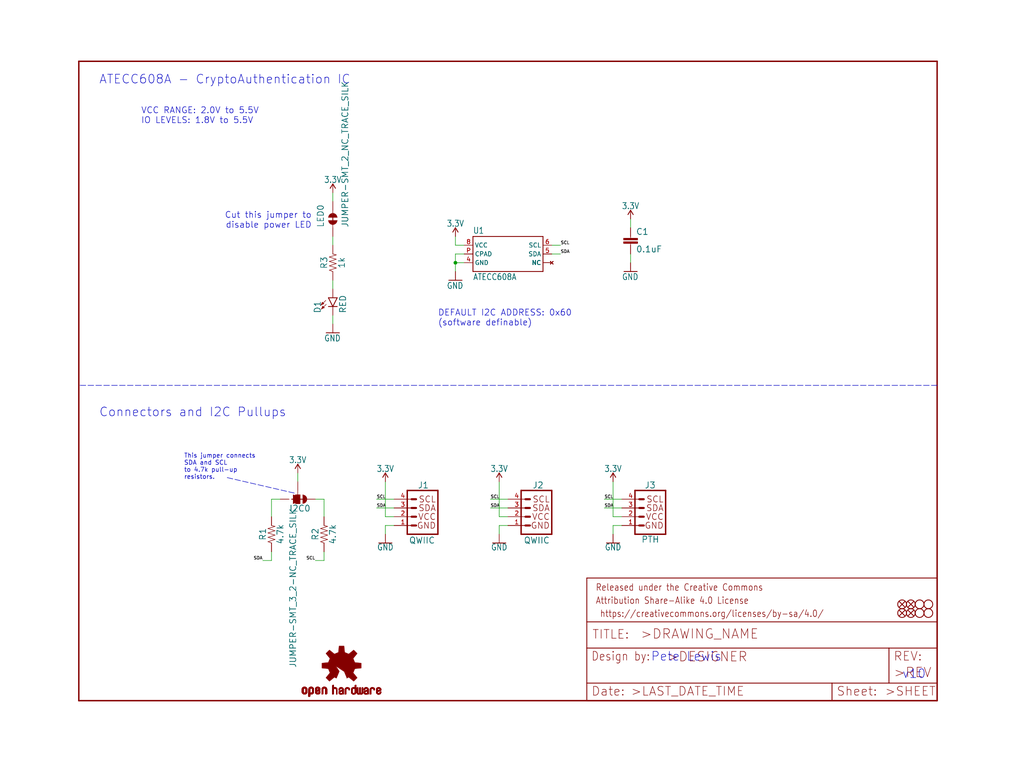
<source format=kicad_sch>
(kicad_sch (version 20211123) (generator eeschema)
  (paper "User" 297.002 223.926)
  (lib_symbols
    (symbol "eagleSchem-eagle-import:0.1UF-0603-25V-(+80{slash}-20%)"
      (property "Reference" "C" (at 1.524 2.921 0))
      (property "Value" "0.1UF-0603-25V-(+80{slash}-20%)" (at 1.524 -2.159 0))
      (symbol "0.1UF-0603-25V-(+80{slash}-20%)_1_0"
        (pin passive line (at 0 5.08 270) (length 2.54) (name "1") (number "1"))
        (pin passive line (at 0 -2.54 90) (length 2.54) (name "2") (number "2"))
      )
    )
    (symbol "eagleSchem-eagle-import:1KOHM-0603-1{slash}10W-1%"
      (property "Reference" "R" (at 0 1.524 0))
      (property "Value" "1KOHM-0603-1{slash}10W-1%" (at 0 -1.524 0))
      (symbol "1KOHM-0603-1{slash}10W-1%_1_0"
        (pin passive line (at -5.08 0 0) (length 2.54) (name "1") (number "1"))
        (pin passive line (at 5.08 0 180) (length 2.54) (name "2") (number "2"))
      )
    )
    (symbol "eagleSchem-eagle-import:3.3V" (power)
      (property "Value" "3.3V" (at 0 2.794 0))
      (symbol "3.3V_1_0"
        (pin power_in line (at 0 0 90) (length 2.54) (name "3.3V") (number "1"))
      )
    )
    (symbol "eagleSchem-eagle-import:4.7KOHM-0603-1{slash}10W-1%"
      (property "Reference" "R" (at 0 1.524 0))
      (property "Value" "4.7KOHM-0603-1{slash}10W-1%" (at 0 -1.524 0))
      (symbol "4.7KOHM-0603-1{slash}10W-1%_1_0"
        (pin passive line (at -5.08 0 0) (length 2.54) (name "1") (number "1"))
        (pin passive line (at 5.08 0 180) (length 2.54) (name "2") (number "2"))
      )
    )
    (symbol "eagleSchem-eagle-import:ATECC608AUDFN_2X3MM"
      (property "Reference" "ECC" (at -10.16 5.842 0))
      (property "Value" "ATECC608AUDFN_2X3MM" (at -10.16 -7.62 0))
      (symbol "ATECC608AUDFN_2X3MM_1_0"
        (pin no_connect line (at 12.7 -2.54 180) (length 2.54) (name "NC") (number "1"))
        (pin no_connect line (at 12.7 -2.54 180) (length 2.54) (name "NC") (number "2"))
        (pin no_connect line (at 12.7 -2.54 180) (length 2.54) (name "NC") (number "3"))
        (pin power_in line (at -12.7 -2.54 0) (length 2.54) (name "GND") (number "4"))
        (pin bidirectional line (at 12.7 0 180) (length 2.54) (name "SDA") (number "5"))
        (pin bidirectional line (at 12.7 2.54 180) (length 2.54) (name "SCL") (number "6"))
        (pin no_connect line (at 12.7 -2.54 180) (length 2.54) (name "NC") (number "7"))
        (pin power_in line (at -12.7 2.54 0) (length 2.54) (name "VCC") (number "8"))
        (pin power_in line (at -12.7 0 0) (length 2.54) (name "CPAD") (number "P"))
      )
    )
    (symbol "eagleSchem-eagle-import:FIDUCIAL1X2")
    (symbol "eagleSchem-eagle-import:FRAME-LETTER"
      (symbol "FRAME-LETTER_2_0"
        (text " https://creativecommons.org/licenses/by-sa/4.0/" (at 2.54 24.13 0) (effects (font (size 1.9304 1.6408)) (justify left bottom)))
        (text ">DESIGNER" (at 23.114 11.176 0) (effects (font (size 2.7432 2.7432)) (justify left bottom)))
        (text ">DRAWING_NAME" (at 15.494 17.78 0) (effects (font (size 2.7432 2.7432)) (justify left bottom)))
        (text ">LAST_DATE_TIME" (at 12.7 1.27 0) (effects (font (size 2.54 2.54)) (justify left bottom)))
        (text ">REV" (at 88.9 6.604 0) (effects (font (size 2.7432 2.7432)) (justify left bottom)))
        (text ">SHEET" (at 86.36 1.27 0) (effects (font (size 2.54 2.54)) (justify left bottom)))
        (text "Attribution Share-Alike 4.0 License" (at 2.54 27.94 0) (effects (font (size 1.9304 1.6408)) (justify left bottom)))
        (text "Date:" (at 1.27 1.27 0) (effects (font (size 2.54 2.54)) (justify left bottom)))
        (text "Design by:" (at 1.27 11.43 0) (effects (font (size 2.54 2.159)) (justify left bottom)))
        (text "Released under the Creative Commons" (at 2.54 31.75 0) (effects (font (size 1.9304 1.6408)) (justify left bottom)))
        (text "REV:" (at 88.9 11.43 0) (effects (font (size 2.54 2.54)) (justify left bottom)))
        (text "Sheet:" (at 72.39 1.27 0) (effects (font (size 2.54 2.54)) (justify left bottom)))
        (text "TITLE:" (at 1.524 17.78 0) (effects (font (size 2.54 2.54)) (justify left bottom)))
      )
    )
    (symbol "eagleSchem-eagle-import:GND" (power)
      (property "Value" "GND" (at 0 -0.254 0))
      (symbol "GND_1_0"
        (pin power_in line (at 0 2.54 270) (length 2.54) (name "GND") (number "1"))
      )
    )
    (symbol "eagleSchem-eagle-import:I2C_STANDARDQWIIC"
      (property "Reference" "J" (at -5.08 7.874 0))
      (property "Value" "I2C_STANDARDQWIIC" (at -5.08 -5.334 0))
      (symbol "I2C_STANDARDQWIIC_1_0"
        (text "GND" (at -4.572 -2.54 0) (effects (font (size 1.778 1.778)) (justify left)))
        (text "SCL" (at -4.572 5.08 0) (effects (font (size 1.778 1.778)) (justify left)))
        (text "SDA" (at -4.572 2.54 0) (effects (font (size 1.778 1.778)) (justify left)))
        (text "VCC" (at -4.572 0 0) (effects (font (size 1.778 1.778)) (justify left)))
        (pin power_in line (at 7.62 -2.54 180) (length 5.08) (name "1") (number "1"))
        (pin power_in line (at 7.62 0 180) (length 5.08) (name "2") (number "2"))
        (pin passive line (at 7.62 2.54 180) (length 5.08) (name "3") (number "3"))
        (pin passive line (at 7.62 5.08 180) (length 5.08) (name "4") (number "4"))
      )
    )
    (symbol "eagleSchem-eagle-import:I2C_STANDARD_NO_SILK"
      (property "Reference" "J" (at -5.08 7.874 0))
      (property "Value" "I2C_STANDARD_NO_SILK" (at -5.08 -5.334 0))
      (symbol "I2C_STANDARD_NO_SILK_1_0"
        (text "GND" (at -4.572 -2.54 0) (effects (font (size 1.778 1.778)) (justify left)))
        (text "SCL" (at -4.572 5.08 0) (effects (font (size 1.778 1.778)) (justify left)))
        (text "SDA" (at -4.572 2.54 0) (effects (font (size 1.778 1.778)) (justify left)))
        (text "VCC" (at -4.572 0 0) (effects (font (size 1.778 1.778)) (justify left)))
        (pin power_in line (at 7.62 -2.54 180) (length 5.08) (name "1") (number "1"))
        (pin power_in line (at 7.62 0 180) (length 5.08) (name "2") (number "2"))
        (pin passive line (at 7.62 2.54 180) (length 5.08) (name "3") (number "3"))
        (pin passive line (at 7.62 5.08 180) (length 5.08) (name "4") (number "4"))
      )
    )
    (symbol "eagleSchem-eagle-import:JUMPER-SMT_2_NC_TRACE_SILK"
      (property "Reference" "JP" (at -2.54 2.54 0))
      (property "Value" "JUMPER-SMT_2_NC_TRACE_SILK" (at -2.54 -2.54 0))
      (symbol "JUMPER-SMT_2_NC_TRACE_SILK_1_0"
        (pin passive line (at -5.08 0 0) (length 2.54) (name "1") (number "1"))
        (pin passive line (at 5.08 0 180) (length 2.54) (name "2") (number "2"))
      )
    )
    (symbol "eagleSchem-eagle-import:JUMPER-SMT_3_2-NC_TRACE_SILK"
      (property "Reference" "JP" (at 2.54 0.381 0))
      (property "Value" "JUMPER-SMT_3_2-NC_TRACE_SILK" (at 2.54 -0.381 0))
      (symbol "JUMPER-SMT_3_2-NC_TRACE_SILK_1_0"
        (pin passive line (at 0 5.08 270) (length 2.54) (name "1") (number "1"))
        (pin passive line (at -5.08 0 0) (length 2.54) (name "2") (number "2"))
        (pin passive line (at 0 -5.08 90) (length 2.54) (name "3") (number "3"))
      )
    )
    (symbol "eagleSchem-eagle-import:LED-RED0603"
      (property "Reference" "D" (at -3.429 -4.572 90))
      (property "Value" "LED-RED0603" (at 1.905 -4.572 90))
      (symbol "LED-RED0603_1_0"
        (pin passive line (at 0 2.54 270) (length 2.54) (name "A") (number "A"))
        (pin passive line (at 0 -5.08 90) (length 2.54) (name "C") (number "C"))
      )
    )
    (symbol "eagleSchem-eagle-import:OSHW-LOGOS")
    (symbol "eagleSchem-eagle-import:STAND-OFF")
  )
  (junction (at 132.08 76.2))
  (wire (pts (xy 182.88 76.2) (xy 182.88 73.66)))
  (wire (pts (xy 114.3 144.78) (xy 109.22 144.78)))
  (wire (pts (xy 147.32 152.4) (xy 144.78 152.4)))
  (wire (pts (xy 134.62 76.2) (xy 132.08 76.2)))
  (wire (pts (xy 177.8 152.4) (xy 177.8 154.94)))
  (wire (pts (xy 177.8 149.86) (xy 177.8 139.7)))
  (wire (pts (xy 132.08 71.12) (xy 132.08 68.58)))
  (wire (pts (xy 111.76 149.86) (xy 111.76 139.7)))
  (wire (pts (xy 134.62 71.12) (xy 132.08 71.12)))
  (wire (pts (xy 111.76 152.4) (xy 111.76 154.94)))
  (polyline (pts (xy 85.344 143.002) (xy 65.532 138.43)))
  (wire (pts (xy 180.34 144.78) (xy 175.26 144.78)))
  (wire (pts (xy 96.52 81.28) (xy 96.52 83.82)))
  (polyline (pts (xy 271.78 111.76) (xy 22.86 111.76)))
  (wire (pts (xy 93.98 162.56) (xy 91.44 162.56)))
  (wire (pts (xy 114.3 149.86) (xy 111.76 149.86)))
  (wire (pts (xy 180.34 152.4) (xy 177.8 152.4)))
  (wire (pts (xy 147.32 149.86) (xy 144.78 149.86)))
  (wire (pts (xy 96.52 55.88) (xy 96.52 58.42)))
  (wire (pts (xy 78.74 149.86) (xy 78.74 144.78)))
  (wire (pts (xy 147.32 144.78) (xy 142.24 144.78)))
  (wire (pts (xy 160.02 73.66) (xy 162.56 73.66)))
  (wire (pts (xy 93.98 160.02) (xy 93.98 162.56)))
  (wire (pts (xy 96.52 68.58) (xy 96.52 71.12)))
  (wire (pts (xy 78.74 160.02) (xy 78.74 162.56)))
  (wire (pts (xy 134.62 73.66) (xy 132.08 73.66)))
  (wire (pts (xy 114.3 147.32) (xy 109.22 147.32)))
  (wire (pts (xy 147.32 147.32) (xy 142.24 147.32)))
  (wire (pts (xy 93.98 144.78) (xy 91.44 144.78)))
  (wire (pts (xy 182.88 66.04) (xy 182.88 63.5)))
  (wire (pts (xy 132.08 76.2) (xy 132.08 78.74)))
  (wire (pts (xy 144.78 149.86) (xy 144.78 139.7)))
  (wire (pts (xy 86.36 137.16) (xy 86.36 139.7)))
  (wire (pts (xy 160.02 71.12) (xy 162.56 71.12)))
  (wire (pts (xy 76.2 162.56) (xy 78.74 162.56)))
  (wire (pts (xy 114.3 152.4) (xy 111.76 152.4)))
  (wire (pts (xy 180.34 149.86) (xy 177.8 149.86)))
  (wire (pts (xy 93.98 149.86) (xy 93.98 144.78)))
  (wire (pts (xy 96.52 91.44) (xy 96.52 93.98)))
  (wire (pts (xy 180.34 147.32) (xy 175.26 147.32)))
  (wire (pts (xy 144.78 152.4) (xy 144.78 154.94)))
  (wire (pts (xy 78.74 144.78) (xy 81.28 144.78)))
  (wire (pts (xy 132.08 73.66) (xy 132.08 76.2)))
  (text "VCC RANGE: 2.0V to 5.5V\nIO LEVELS: 1.8V to 5.5V" (at 40.894 36.068 180) (effects (font (size 1.778 1.778)) (justify left bottom)))
  (text "Cut this jumper to\ndisable power LED" (at 90.424 61.468 180) (effects (font (size 1.778 1.778)) (justify right top)))
  (text "This jumper connects\nSDA and SCL\nto 4.7k pull-up\nresistors." (at 53.34 135.382 0) (effects (font (size 1.27 1.27)) (justify left)))
  (text "Connectors and I2C Pullups" (at 28.702 121.158 180) (effects (font (size 2.54 2.54)) (justify left bottom)))
  (text "DEFAULT I2C ADDRESS: 0x60\n(software definable)" (at 127 94.742 180) (effects (font (size 1.778 1.778)) (justify left bottom)))
  (text "Pete Lewis" (at 188.722 192.024 180) (effects (font (size 2.54 2.54)) (justify left bottom)))
  (text "ATECC608A - CryptoAuthentication IC" (at 28.702 24.638 180) (effects (font (size 2.54 2.54)) (justify left bottom)))
  (text "v10" (at 261.62 195.58 180) (effects (font (size 2.54 2.54)) (justify left)))
  (label "SCL" (at 109.22 144.78 0) (effects (font (size 0.889 0.889))))
  (label "SDA" (at 109.22 147.32 0) (effects (font (size 0.889 0.889))))
  (label "SDA" (at 76.2 162.56 180) (effects (font (size 0.889 0.889))))
  (label "SDA" (at 142.24 147.32 0) (effects (font (size 0.889 0.889))))
  (label "SCL" (at 175.26 144.78 0) (effects (font (size 0.889 0.889))))
  (label "SCL" (at 162.56 71.12 0) (effects (font (size 0.889 0.889))))
  (label "SDA" (at 175.26 147.32 0) (effects (font (size 0.889 0.889))))
  (label "SDA" (at 162.56 73.66 0) (effects (font (size 0.889 0.889))))
  (label "SCL" (at 142.24 144.78 0) (effects (font (size 0.889 0.889))))
  (label "SCL" (at 91.44 162.56 180) (effects (font (size 0.889 0.889))))
  (symbol (lib_id "eagleSchem-eagle-import:OSHW-LOGOS") (at 99.06 193.04 0) (unit 1)
    (property "Reference" "LOGO4" (effects hide))
    (property "Value" "OSHW-LOGOS" (effects hide))
    (property "Footprint" "eagleSchem:OSHW-LOGO-S" (effects hide))
  )
  (symbol (lib_id "eagleSchem-eagle-import:ATECC608AUDFN_2X3MM") (at 147.32 73.66 0) (unit 1)
    (property "Reference" "U1" (at 137.16 67.818 0) (effects (font (size 1.778 1.5113)) (justify left bottom)))
    (property "Value" "ATECC608A" (at 137.16 81.28 0) (effects (font (size 1.778 1.5113)) (justify left bottom)))
    (property "Footprint" "eagleSchem:UDFN_2X3MM" (effects hide))
  )
  (symbol (lib_id "eagleSchem-eagle-import:3.3V") (at 86.36 137.16 0) (unit 1)
    (property "Reference" "#SUPPLY18" (effects hide))
    (property "Value" "3.3V" (at 86.36 134.366 0) (effects (font (size 1.778 1.5113)) (justify bottom)))
    (property "Footprint" "eagleSchem:" (effects hide))
  )
  (symbol (lib_id "eagleSchem-eagle-import:GND") (at 144.78 157.48 0) (mirror y) (unit 1)
    (property "Reference" "#GND1" (effects hide))
    (property "Value" "GND" (at 144.78 157.734 0) (effects (font (size 1.778 1.5113)) (justify top)))
    (property "Footprint" "eagleSchem:" (effects hide))
  )
  (symbol (lib_id "eagleSchem-eagle-import:GND") (at 96.52 96.52 0) (unit 1)
    (property "Reference" "#GND3" (effects hide))
    (property "Value" "GND" (at 93.98 99.06 0) (effects (font (size 1.778 1.5113)) (justify left bottom)))
    (property "Footprint" "eagleSchem:" (effects hide))
  )
  (symbol (lib_id "eagleSchem-eagle-import:3.3V") (at 132.08 68.58 0) (unit 1)
    (property "Reference" "#SUPPLY10" (effects hide))
    (property "Value" "3.3V" (at 132.08 65.786 0) (effects (font (size 1.778 1.5113)) (justify bottom)))
    (property "Footprint" "eagleSchem:" (effects hide))
  )
  (symbol (lib_id "eagleSchem-eagle-import:GND") (at 182.88 78.74 0) (unit 1)
    (property "Reference" "#GND9" (effects hide))
    (property "Value" "GND" (at 180.34 81.28 0) (effects (font (size 1.778 1.5113)) (justify left bottom)))
    (property "Footprint" "eagleSchem:" (effects hide))
  )
  (symbol (lib_id "eagleSchem-eagle-import:JUMPER-SMT_2_NC_TRACE_SILK") (at 96.52 63.5 90) (unit 1)
    (property "Reference" "LED0" (at 93.98 66.04 0) (effects (font (size 1.778 1.778)) (justify left bottom)))
    (property "Value" "JUMPER-SMT_2_NC_TRACE_SILK" (at 99.06 66.04 0) (effects (font (size 1.778 1.778)) (justify left top)))
    (property "Footprint" "eagleSchem:SMT-JUMPER_2_NC_TRACE_SILK" (effects hide))
  )
  (symbol (lib_id "eagleSchem-eagle-import:3.3V") (at 96.52 55.88 0) (unit 1)
    (property "Reference" "#SUPPLY6" (effects hide))
    (property "Value" "3.3V" (at 96.52 53.086 0) (effects (font (size 1.778 1.5113)) (justify bottom)))
    (property "Footprint" "eagleSchem:" (effects hide))
  )
  (symbol (lib_id "eagleSchem-eagle-import:I2C_STANDARDQWIIC") (at 154.94 149.86 0) (mirror y) (unit 1)
    (property "Reference" "J2" (at 157.734 141.732 0) (effects (font (size 1.778 1.778)) (justify left bottom)))
    (property "Value" "QWIIC" (at 159.512 155.702 0) (effects (font (size 1.778 1.778)) (justify left top)))
    (property "Footprint" "eagleSchem:JST04_1MM_RA" (effects hide))
  )
  (symbol (lib_id "eagleSchem-eagle-import:GND") (at 177.8 157.48 0) (mirror y) (unit 1)
    (property "Reference" "#GND4" (effects hide))
    (property "Value" "GND" (at 177.8 157.734 0) (effects (font (size 1.778 1.5113)) (justify top)))
    (property "Footprint" "eagleSchem:" (effects hide))
  )
  (symbol (lib_id "eagleSchem-eagle-import:I2C_STANDARDQWIIC") (at 121.92 149.86 0) (mirror y) (unit 1)
    (property "Reference" "J1" (at 124.46 141.732 0) (effects (font (size 1.778 1.778)) (justify left bottom)))
    (property "Value" "QWIIC" (at 126.238 155.702 0) (effects (font (size 1.778 1.778)) (justify left top)))
    (property "Footprint" "eagleSchem:JST04_1MM_RA" (effects hide))
  )
  (symbol (lib_id "eagleSchem-eagle-import:0.1UF-0603-25V-(+80{slash}-20%)") (at 182.88 71.12 0) (unit 1)
    (property "Reference" "C1" (at 184.404 68.199 0) (effects (font (size 1.778 1.778)) (justify left bottom)))
    (property "Value" "0.1uF" (at 184.404 73.279 0) (effects (font (size 1.778 1.778)) (justify left bottom)))
    (property "Footprint" "eagleSchem:0603" (effects hide))
  )
  (symbol (lib_id "eagleSchem-eagle-import:FIDUCIAL1X2") (at 264.16 175.26 0) (unit 1)
    (property "Reference" "FD3" (effects hide))
    (property "Value" "FIDUCIAL1X2" (effects hide))
    (property "Footprint" "eagleSchem:FIDUCIAL-1X2" (effects hide))
  )
  (symbol (lib_id "eagleSchem-eagle-import:FIDUCIAL1X2") (at 261.62 175.26 0) (unit 1)
    (property "Reference" "FD2" (effects hide))
    (property "Value" "FIDUCIAL1X2" (effects hide))
    (property "Footprint" "eagleSchem:FIDUCIAL-1X2" (effects hide))
  )
  (symbol (lib_id "eagleSchem-eagle-import:FIDUCIAL1X2") (at 264.16 177.8 0) (unit 1)
    (property "Reference" "FD4" (effects hide))
    (property "Value" "FIDUCIAL1X2" (effects hide))
    (property "Footprint" "eagleSchem:FIDUCIAL-1X2" (effects hide))
  )
  (symbol (lib_id "eagleSchem-eagle-import:3.3V") (at 182.88 63.5 0) (unit 1)
    (property "Reference" "#SUPPLY14" (effects hide))
    (property "Value" "3.3V" (at 182.88 60.706 0) (effects (font (size 1.778 1.5113)) (justify bottom)))
    (property "Footprint" "eagleSchem:" (effects hide))
  )
  (symbol (lib_id "eagleSchem-eagle-import:4.7KOHM-0603-1{slash}10W-1%") (at 78.74 154.94 90) (unit 1)
    (property "Reference" "R1" (at 77.216 154.94 0) (effects (font (size 1.778 1.778)) (justify bottom)))
    (property "Value" "4.7k" (at 80.264 154.94 0) (effects (font (size 1.778 1.778)) (justify top)))
    (property "Footprint" "eagleSchem:0603" (effects hide))
  )
  (symbol (lib_id "eagleSchem-eagle-import:FRAME-LETTER") (at 170.18 203.2 0) (unit 2)
    (property "Reference" "FRAME1" (effects hide))
    (property "Value" "FRAME-LETTER" (effects hide))
    (property "Footprint" "eagleSchem:CREATIVE_COMMONS" (effects hide))
  )
  (symbol (lib_id "eagleSchem-eagle-import:1KOHM-0603-1{slash}10W-1%") (at 96.52 76.2 90) (unit 1)
    (property "Reference" "R3" (at 94.996 76.2 0) (effects (font (size 1.778 1.778)) (justify bottom)))
    (property "Value" "1k" (at 98.044 76.2 0) (effects (font (size 1.778 1.778)) (justify top)))
    (property "Footprint" "eagleSchem:0603" (effects hide))
  )
  (symbol (lib_id "eagleSchem-eagle-import:STAND-OFF") (at 266.7 177.8 0) (unit 1)
    (property "Reference" "H2" (effects hide))
    (property "Value" "STAND-OFF" (effects hide))
    (property "Footprint" "eagleSchem:STAND-OFF" (effects hide))
  )
  (symbol (lib_id "eagleSchem-eagle-import:JUMPER-SMT_3_2-NC_TRACE_SILK") (at 86.36 144.78 270) (unit 1)
    (property "Reference" "I2C0" (at 83.82 148.463 90) (effects (font (size 1.778 1.778)) (justify left bottom)))
    (property "Value" "JUMPER-SMT_3_2-NC_TRACE_SILK" (at 85.979 147.32 0) (effects (font (size 1.778 1.778)) (justify left top)))
    (property "Footprint" "eagleSchem:SMT-JUMPER_3_2-NC_TRACE_SILK" (effects hide))
  )
  (symbol (lib_id "eagleSchem-eagle-import:4.7KOHM-0603-1{slash}10W-1%") (at 93.98 154.94 90) (unit 1)
    (property "Reference" "R2" (at 92.456 154.94 0) (effects (font (size 1.778 1.778)) (justify bottom)))
    (property "Value" "4.7k" (at 95.504 154.94 0) (effects (font (size 1.778 1.778)) (justify top)))
    (property "Footprint" "eagleSchem:0603" (effects hide))
  )
  (symbol (lib_id "eagleSchem-eagle-import:STAND-OFF") (at 269.24 177.8 0) (unit 1)
    (property "Reference" "H4" (effects hide))
    (property "Value" "STAND-OFF" (effects hide))
    (property "Footprint" "eagleSchem:STAND-OFF" (effects hide))
  )
  (symbol (lib_id "eagleSchem-eagle-import:GND") (at 132.08 81.28 0) (unit 1)
    (property "Reference" "#GND8" (effects hide))
    (property "Value" "GND" (at 129.54 83.82 0) (effects (font (size 1.778 1.5113)) (justify left bottom)))
    (property "Footprint" "eagleSchem:" (effects hide))
  )
  (symbol (lib_id "eagleSchem-eagle-import:3.3V") (at 177.8 139.7 0) (mirror y) (unit 1)
    (property "Reference" "#SUPPLY1" (effects hide))
    (property "Value" "3.3V" (at 177.8 136.906 0) (effects (font (size 1.778 1.5113)) (justify bottom)))
    (property "Footprint" "eagleSchem:" (effects hide))
  )
  (symbol (lib_id "eagleSchem-eagle-import:FRAME-LETTER") (at 22.86 203.2 0) (unit 1)
    (property "Reference" "FRAME1" (effects hide))
    (property "Value" "FRAME-LETTER" (effects hide))
    (property "Footprint" "eagleSchem:CREATIVE_COMMONS" (effects hide))
  )
  (symbol (lib_id "eagleSchem-eagle-import:FIDUCIAL1X2") (at 261.62 177.8 0) (unit 1)
    (property "Reference" "FD1" (effects hide))
    (property "Value" "FIDUCIAL1X2" (effects hide))
    (property "Footprint" "eagleSchem:FIDUCIAL-1X2" (effects hide))
  )
  (symbol (lib_id "eagleSchem-eagle-import:3.3V") (at 144.78 139.7 0) (mirror y) (unit 1)
    (property "Reference" "#SUPPLY4" (effects hide))
    (property "Value" "3.3V" (at 144.78 136.906 0) (effects (font (size 1.778 1.5113)) (justify bottom)))
    (property "Footprint" "eagleSchem:" (effects hide))
  )
  (symbol (lib_id "eagleSchem-eagle-import:STAND-OFF") (at 266.7 175.26 0) (unit 1)
    (property "Reference" "H1" (effects hide))
    (property "Value" "STAND-OFF" (effects hide))
    (property "Footprint" "eagleSchem:STAND-OFF" (effects hide))
  )
  (symbol (lib_id "eagleSchem-eagle-import:3.3V") (at 111.76 139.7 0) (mirror y) (unit 1)
    (property "Reference" "#SUPPLY21" (effects hide))
    (property "Value" "3.3V" (at 111.76 136.906 0) (effects (font (size 1.778 1.5113)) (justify bottom)))
    (property "Footprint" "eagleSchem:" (effects hide))
  )
  (symbol (lib_id "eagleSchem-eagle-import:LED-RED0603") (at 96.52 86.36 0) (unit 1)
    (property "Reference" "D1" (at 93.091 90.932 90) (effects (font (size 1.778 1.778)) (justify left bottom)))
    (property "Value" "RED" (at 98.425 90.932 90) (effects (font (size 1.778 1.778)) (justify left top)))
    (property "Footprint" "eagleSchem:LED-0603" (effects hide))
  )
  (symbol (lib_id "eagleSchem-eagle-import:GND") (at 111.76 157.48 0) (mirror y) (unit 1)
    (property "Reference" "#GND18" (effects hide))
    (property "Value" "GND" (at 111.76 157.734 0) (effects (font (size 1.778 1.5113)) (justify top)))
    (property "Footprint" "eagleSchem:" (effects hide))
  )
  (symbol (lib_id "eagleSchem-eagle-import:I2C_STANDARD_NO_SILK") (at 187.96 149.86 0) (mirror y) (unit 1)
    (property "Reference" "J3" (at 190.246 141.732 0) (effects (font (size 1.778 1.778)) (justify left bottom)))
    (property "Value" "PTH" (at 191.262 155.448 0) (effects (font (size 1.778 1.778)) (justify left top)))
    (property "Footprint" "eagleSchem:1X04_NO_SILK" (effects hide))
  )
  (symbol (lib_id "eagleSchem-eagle-import:STAND-OFF") (at 269.24 175.26 0) (unit 1)
    (property "Reference" "H3" (effects hide))
    (property "Value" "STAND-OFF" (effects hide))
    (property "Footprint" "eagleSchem:STAND-OFF" (effects hide))
  )
)
</source>
